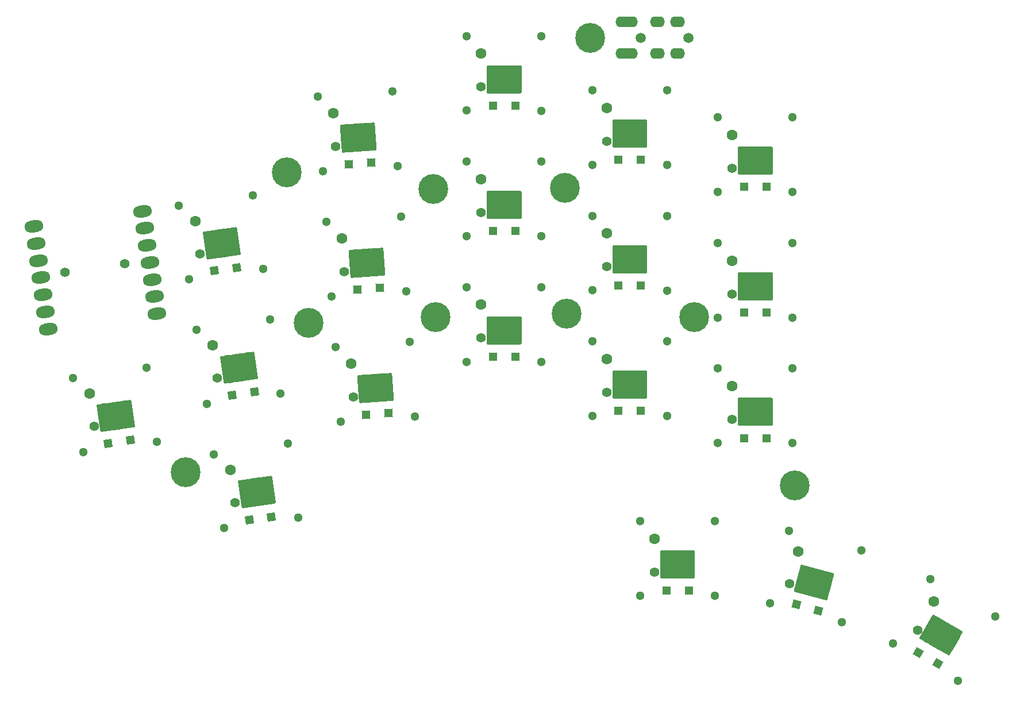
<source format=gbs>
G04 #@! TF.GenerationSoftware,KiCad,Pcbnew,(6.0.7-1)-1*
G04 #@! TF.CreationDate,2023-01-14T03:29:51-05:00*
G04 #@! TF.ProjectId,musubi_rev2,6d757375-6269-45f7-9265-76322e6b6963,rev?*
G04 #@! TF.SameCoordinates,Original*
G04 #@! TF.FileFunction,Soldermask,Bot*
G04 #@! TF.FilePolarity,Negative*
%FSLAX46Y46*%
G04 Gerber Fmt 4.6, Leading zero omitted, Abs format (unit mm)*
G04 Created by KiCad (PCBNEW (6.0.7-1)-1) date 2023-01-14 03:29:51*
%MOMM*%
%LPD*%
G01*
G04 APERTURE LIST*
G04 Aperture macros list*
%AMHorizOval*
0 Thick line with rounded ends*
0 $1 width*
0 $2 $3 position (X,Y) of the first rounded end (center of the circle)*
0 $4 $5 position (X,Y) of the second rounded end (center of the circle)*
0 Add line between two ends*
20,1,$1,$2,$3,$4,$5,0*
0 Add two circle primitives to create the rounded ends*
1,1,$1,$2,$3*
1,1,$1,$4,$5*%
%AMRotRect*
0 Rectangle, with rotation*
0 The origin of the aperture is its center*
0 $1 length*
0 $2 width*
0 $3 Rotation angle, in degrees counterclockwise*
0 Add horizontal line*
21,1,$1,$2,0,0,$3*%
G04 Aperture macros list end*
%ADD10R,1.200000X1.200000*%
%ADD11O,0.300000X4.100000*%
%ADD12C,1.300000*%
%ADD13O,5.100000X0.300000*%
%ADD14O,2.000000X4.100000*%
%ADD15O,5.100000X4.100000*%
%ADD16C,1.600000*%
%ADD17C,1.400000*%
%ADD18RotRect,1.200000X1.200000X184.000000*%
%ADD19C,1.500000*%
%ADD20O,2.200000X1.600000*%
%ADD21HorizOval,0.300000X2.376643X0.334015X-2.376643X-0.334015X0*%
%ADD22HorizOval,0.300000X-0.264429X1.881509X0.264429X-1.881509X0*%
%ADD23HorizOval,4.100000X0.495134X0.069587X-0.495134X-0.069587X0*%
%ADD24HorizOval,2.000000X-0.146132X1.039781X0.146132X-1.039781X0*%
%ADD25RotRect,1.200000X1.200000X188.000000*%
%ADD26C,2.600000*%
%ADD27C,4.400000*%
%ADD28HorizOval,0.300000X2.394154X0.167416X-2.394154X-0.167416X0*%
%ADD29HorizOval,0.300000X-0.132537X1.895372X0.132537X-1.895372X0*%
%ADD30HorizOval,2.000000X-0.073244X1.047442X0.073244X-1.047442X0*%
%ADD31HorizOval,4.100000X0.498782X0.034878X-0.498782X-0.034878X0*%
%ADD32HorizOval,2.000000X-0.525000X-0.909327X0.525000X0.909327X0*%
%ADD33HorizOval,0.300000X2.078461X-1.200000X-2.078461X1.200000X0*%
%ADD34HorizOval,4.100000X0.433013X-0.250000X-0.433013X0.250000X0*%
%ADD35HorizOval,0.300000X-0.950000X-1.645448X0.950000X1.645448X0*%
%ADD36HorizOval,1.800000X0.470377X0.066107X-0.470377X-0.066107X0*%
%ADD37HorizOval,1.800000X-0.470377X-0.066107X0.470377X0.066107X0*%
%ADD38C,1.397000*%
%ADD39RotRect,1.200000X1.200000X165.000000*%
%ADD40RotRect,1.200000X1.200000X150.000000*%
%ADD41HorizOval,0.300000X2.318222X-0.621166X-2.318222X0.621166X0*%
%ADD42HorizOval,4.100000X0.482963X-0.129410X-0.482963X0.129410X0*%
%ADD43HorizOval,0.300000X-0.491756X-1.835259X0.491756X1.835259X0*%
%ADD44HorizOval,2.000000X-0.271760X-1.014222X0.271760X1.014222X0*%
G04 APERTURE END LIST*
D10*
X154916364Y-98450848D03*
X151616364Y-98450848D03*
D11*
X155666363Y-57601074D03*
D12*
X158766355Y-62213246D03*
D13*
X153266363Y-59513410D03*
D12*
X147766371Y-62200910D03*
D14*
X154816363Y-57601074D03*
X154816363Y-57613410D03*
D15*
X153266363Y-57613410D03*
D14*
X151716363Y-57601074D03*
D15*
X153266363Y-57601074D03*
D12*
X147766355Y-51213246D03*
D13*
X153266363Y-55701074D03*
X153266363Y-55713410D03*
D11*
X150866363Y-57601074D03*
D14*
X151716363Y-57613410D03*
D13*
X153266363Y-59501074D03*
D11*
X155666363Y-57613410D03*
X150866363Y-57613410D03*
D12*
X158766371Y-51200910D03*
D16*
X149866355Y-53813246D03*
D17*
X149866355Y-58713246D03*
D18*
X117738655Y-98789460D03*
X114446693Y-99019656D03*
D10*
X136416439Y-53450910D03*
X133116439Y-53450910D03*
D19*
X154921384Y-43458942D03*
X161921384Y-43458942D03*
D20*
X152221384Y-41158942D03*
X152221384Y-45758942D03*
X153321384Y-41158942D03*
X153321384Y-45758942D03*
X157321384Y-45758942D03*
X157321384Y-41158942D03*
X160321384Y-45758942D03*
X160321384Y-41158942D03*
D10*
X173416327Y-65450912D03*
X170116327Y-65450912D03*
D13*
X160311604Y-119200947D03*
D14*
X161861604Y-121113283D03*
D12*
X154811612Y-125700783D03*
D15*
X160311604Y-121100947D03*
D11*
X157911604Y-121113283D03*
X162711604Y-121113283D03*
X157911604Y-121100947D03*
X162711604Y-121100947D03*
D12*
X165811612Y-114700783D03*
D13*
X160311604Y-123013283D03*
D14*
X158761604Y-121100947D03*
D15*
X160311604Y-121113283D03*
D14*
X161861604Y-121100947D03*
D12*
X154811596Y-114713119D03*
X165811596Y-125713119D03*
D13*
X160311604Y-123000947D03*
D14*
X158761604Y-121113283D03*
D13*
X160311604Y-119213283D03*
D16*
X156911596Y-117313119D03*
D17*
X156911596Y-122213119D03*
D21*
X98565661Y-112279575D03*
D22*
X95926305Y-110744297D03*
D12*
X104389588Y-114199901D03*
D23*
X98302948Y-110410282D03*
D24*
X99836147Y-110182347D03*
D12*
X93494939Y-115718587D03*
D24*
X96768033Y-110626000D03*
D22*
X100679592Y-110076266D03*
D21*
X98567377Y-112291791D03*
D24*
X99837864Y-110194563D03*
D21*
X98036803Y-108516556D03*
D12*
X102856983Y-103294734D03*
D23*
X98301232Y-110398066D03*
D21*
X98038520Y-108528772D03*
D22*
X100677875Y-110064050D03*
D12*
X91965735Y-104837857D03*
D22*
X95924588Y-110732081D03*
D24*
X96766316Y-110613784D03*
D16*
X94407148Y-107120290D03*
D17*
X95089097Y-111972604D03*
D25*
X100455326Y-114079306D03*
X97187442Y-114538578D03*
D10*
X173416324Y-83950865D03*
X170116324Y-83950865D03*
D26*
X87847591Y-107505962D03*
D27*
X87847591Y-107505962D03*
D28*
X115956668Y-96959457D03*
D29*
X118219145Y-94908976D03*
D12*
X110658404Y-100036376D03*
D28*
X115692453Y-93181020D03*
D30*
X117371215Y-94968269D03*
D28*
X115957528Y-96971763D03*
D12*
X109891928Y-89075479D03*
D30*
X117370355Y-94955963D03*
D29*
X118218284Y-94896670D03*
X113430837Y-95243807D03*
D12*
X121632453Y-99281362D03*
D31*
X115824130Y-95064085D03*
D30*
X114278767Y-95184514D03*
D12*
X120864288Y-88295851D03*
D29*
X113429977Y-95231501D03*
D31*
X115824991Y-95076391D03*
D28*
X115691593Y-93168714D03*
D30*
X114277906Y-95172208D03*
D16*
X112168179Y-91522657D03*
D17*
X112509986Y-96410721D03*
D32*
X197801098Y-130743141D03*
D33*
X198199605Y-133152906D03*
D34*
X199143437Y-131518141D03*
D33*
X200093437Y-129872693D03*
D32*
X197807266Y-130732458D03*
D35*
X197064976Y-130318141D03*
D33*
X198193437Y-133163589D03*
D12*
X207112834Y-128714757D03*
D34*
X199149605Y-131507458D03*
D35*
X201221898Y-132718141D03*
X197071144Y-130307458D03*
D32*
X200491944Y-132282458D03*
D12*
X197580372Y-123225433D03*
D32*
X200485776Y-132293141D03*
D12*
X192086554Y-132741037D03*
D35*
X201228066Y-132707458D03*
D33*
X200099605Y-129862010D03*
D12*
X201606652Y-138251712D03*
D16*
X198099026Y-126527099D03*
D17*
X195649026Y-130770623D03*
D24*
X79072644Y-98962847D03*
D21*
X77273300Y-97297056D03*
D12*
X82093480Y-92075234D03*
D22*
X79914372Y-98844550D03*
D12*
X71202232Y-93618357D03*
D22*
X75161085Y-99512581D03*
D12*
X83626085Y-102980401D03*
D21*
X77802158Y-101060075D03*
D22*
X79916089Y-98856766D03*
D23*
X77539445Y-99190782D03*
D21*
X77803874Y-101072291D03*
D24*
X79074361Y-98975063D03*
D23*
X77537729Y-99178566D03*
D24*
X76004530Y-99406500D03*
D22*
X75162802Y-99524797D03*
D24*
X76002813Y-99394284D03*
D12*
X72731436Y-104499087D03*
D21*
X77275017Y-97309272D03*
D16*
X73643645Y-95900790D03*
D17*
X74325594Y-100753104D03*
D26*
X147421386Y-43508943D03*
D27*
X147421386Y-43508943D03*
X102747592Y-63305961D03*
D26*
X102747592Y-63305961D03*
D27*
X162773799Y-84602981D03*
X124673799Y-84602981D03*
X143723799Y-65552981D03*
D14*
X170216325Y-98600992D03*
D13*
X171766325Y-100513328D03*
D11*
X169366325Y-98613328D03*
D12*
X177266333Y-92200828D03*
D11*
X174166325Y-98613328D03*
D13*
X171766325Y-96713328D03*
D11*
X174166325Y-98600992D03*
D15*
X171766325Y-98613328D03*
X171766325Y-98600992D03*
D13*
X171766325Y-100500992D03*
D12*
X166266317Y-92213164D03*
D14*
X173316325Y-98613328D03*
D12*
X177266317Y-103213164D03*
D11*
X169366325Y-98600992D03*
D12*
X166266333Y-103200828D03*
D13*
X171766325Y-96700992D03*
D14*
X173316325Y-98600992D03*
X170216325Y-98613328D03*
D16*
X168366317Y-94813164D03*
D17*
X168366317Y-99713164D03*
D10*
X136421404Y-90450920D03*
X133121404Y-90450920D03*
D18*
X115157635Y-61879640D03*
X111865673Y-62109836D03*
D13*
X134766440Y-47713425D03*
X134766440Y-47701089D03*
X134766440Y-51501089D03*
D12*
X129266432Y-43213261D03*
D14*
X133216440Y-49613425D03*
D13*
X134766440Y-51513425D03*
D14*
X136316440Y-49613425D03*
D15*
X134766440Y-49613425D03*
D11*
X132366440Y-49601089D03*
X132366440Y-49613425D03*
D12*
X129266448Y-54200925D03*
D11*
X137166440Y-49613425D03*
D15*
X134766440Y-49601089D03*
D14*
X136316440Y-49601089D03*
D12*
X140266432Y-54213261D03*
D11*
X137166440Y-49601089D03*
D14*
X133216440Y-49601089D03*
D12*
X140266448Y-43200925D03*
D16*
X131366432Y-45813261D03*
D17*
X131366432Y-50713261D03*
D21*
X95990960Y-93959651D03*
D23*
X95726531Y-92078142D03*
D21*
X95992676Y-93971867D03*
D24*
X97261446Y-91862423D03*
D22*
X93351604Y-92424373D03*
D23*
X95728247Y-92090358D03*
D22*
X98104891Y-91756342D03*
D21*
X95462102Y-90196632D03*
D24*
X94193332Y-92306076D03*
D21*
X95463819Y-90208848D03*
D12*
X89391034Y-86517933D03*
X101814887Y-95879977D03*
D22*
X93349887Y-92412157D03*
D12*
X90920238Y-97398663D03*
D24*
X94191615Y-92293860D03*
D22*
X98103174Y-91744126D03*
D24*
X97263163Y-91874639D03*
D12*
X100282282Y-84974810D03*
D16*
X91832447Y-88800366D03*
D17*
X92514396Y-93652680D03*
D13*
X134766414Y-66201075D03*
D15*
X134766414Y-68113411D03*
D14*
X136316414Y-68101075D03*
D13*
X134766414Y-70001075D03*
D14*
X133216414Y-68113411D03*
D11*
X137166414Y-68113411D03*
D14*
X133216414Y-68101075D03*
D13*
X134766414Y-70013411D03*
D15*
X134766414Y-68101075D03*
D12*
X140266422Y-61700911D03*
X140266406Y-72713247D03*
D11*
X137166414Y-68101075D03*
D14*
X136316414Y-68113411D03*
D12*
X129266406Y-61713247D03*
D11*
X132366414Y-68101075D03*
D13*
X134766414Y-66213411D03*
D12*
X129266422Y-72700911D03*
D11*
X132366414Y-68113411D03*
D16*
X131366406Y-64313247D03*
D17*
X131366406Y-69213247D03*
D36*
X81472848Y-69037091D03*
X81826348Y-71552373D03*
X82179848Y-74067654D03*
X82533349Y-76582935D03*
X82886847Y-79098216D03*
X83240347Y-81613497D03*
X83593847Y-84128778D03*
D37*
X67561407Y-86381990D03*
X67207907Y-83866709D03*
X66854408Y-81351428D03*
X66500908Y-78836147D03*
X66147408Y-76320866D03*
X65793909Y-73805585D03*
X65440409Y-71290305D03*
D38*
X70075525Y-78013652D03*
X78874752Y-76777002D03*
D10*
X173416321Y-102463166D03*
X170116321Y-102463166D03*
X154916363Y-79950864D03*
X151616363Y-79950864D03*
D39*
X181030919Y-127864012D03*
X177843363Y-127009910D03*
D13*
X171766325Y-82013365D03*
D12*
X177266333Y-73700865D03*
D15*
X171766325Y-80101029D03*
D11*
X174166325Y-80101029D03*
X169366325Y-80101029D03*
D13*
X171766325Y-78213365D03*
D14*
X170216325Y-80101029D03*
D11*
X169366325Y-80113365D03*
D14*
X173316325Y-80113365D03*
D12*
X166266333Y-84700865D03*
X177266317Y-84713201D03*
D11*
X174166325Y-80113365D03*
D12*
X166266317Y-73713201D03*
D13*
X171766325Y-78201029D03*
D14*
X170216325Y-80113365D03*
X173316325Y-80101029D03*
D15*
X171766325Y-80113365D03*
D13*
X171766325Y-82001029D03*
D16*
X168366317Y-76313201D03*
D17*
X168366317Y-81213201D03*
D25*
X95323322Y-77353165D03*
X92055438Y-77812437D03*
D12*
X166266333Y-66200903D03*
X177266317Y-66213239D03*
D14*
X173316325Y-61613403D03*
D15*
X171766325Y-61613403D03*
X171766325Y-61601067D03*
D14*
X173316325Y-61601067D03*
D11*
X174166325Y-61601067D03*
D14*
X170216325Y-61613403D03*
D12*
X166266317Y-55213239D03*
X177266333Y-55200903D03*
D13*
X171766325Y-63513403D03*
D11*
X174166325Y-61613403D03*
D13*
X171766325Y-59713403D03*
X171766325Y-59701067D03*
D11*
X169366325Y-61613403D03*
D14*
X170216325Y-61601067D03*
D11*
X169366325Y-61601067D03*
D13*
X171766325Y-63501067D03*
D16*
X168366317Y-57813239D03*
D17*
X168366317Y-62713239D03*
D12*
X88345588Y-79078734D03*
D24*
X94688513Y-73554710D03*
D22*
X90776954Y-74104444D03*
D21*
X93416310Y-75639722D03*
D12*
X99240237Y-77560048D03*
D21*
X92887452Y-71876703D03*
D22*
X95530241Y-73436413D03*
X90775237Y-74092228D03*
D24*
X94686796Y-73542494D03*
D23*
X93151881Y-73758213D03*
D21*
X93418026Y-75651938D03*
D12*
X97707632Y-66654881D03*
D21*
X92889169Y-71888919D03*
D12*
X86816384Y-68198004D03*
D24*
X91618682Y-73986147D03*
X91616965Y-73973931D03*
D23*
X93153597Y-73770429D03*
D22*
X95528524Y-73424197D03*
D16*
X89257797Y-70480437D03*
D17*
X89939746Y-75332751D03*
D18*
X116448144Y-80334548D03*
X113156182Y-80564744D03*
D13*
X153266362Y-74213374D03*
D14*
X154816362Y-76101038D03*
X151716362Y-76101038D03*
D13*
X153266362Y-74201038D03*
D12*
X147766354Y-69713210D03*
D13*
X153266362Y-78001038D03*
D12*
X158766354Y-80713210D03*
D11*
X150866362Y-76101038D03*
D14*
X154816362Y-76113374D03*
X151716362Y-76113374D03*
D12*
X147766370Y-80700874D03*
D11*
X155666362Y-76113374D03*
D12*
X158766370Y-69700874D03*
D11*
X155666362Y-76101038D03*
D15*
X153266362Y-76113374D03*
D11*
X150866362Y-76113374D03*
D15*
X153266362Y-76101038D03*
D13*
X153266362Y-78013374D03*
D16*
X149866354Y-72313210D03*
D17*
X149866354Y-77213210D03*
D10*
X161961606Y-124950782D03*
X158661606Y-124950782D03*
D40*
X198639406Y-135700633D03*
X195781522Y-134050633D03*
D10*
X154916360Y-61450901D03*
X151616360Y-61450901D03*
D11*
X150866361Y-94613336D03*
X150866361Y-94601000D03*
D13*
X153266361Y-92713336D03*
D14*
X151716361Y-94601000D03*
D15*
X153266361Y-94601000D03*
D12*
X158766353Y-99213172D03*
D14*
X151716361Y-94613336D03*
D15*
X153266361Y-94613336D03*
D12*
X158766369Y-88200836D03*
D14*
X154816361Y-94613336D03*
D11*
X155666361Y-94613336D03*
D13*
X153266361Y-96501000D03*
D12*
X147766353Y-88213172D03*
D13*
X153266361Y-92701000D03*
D14*
X154816361Y-94601000D03*
D13*
X153266361Y-96513336D03*
D12*
X147766369Y-99200836D03*
D11*
X155666361Y-94601000D03*
D16*
X149866353Y-90813172D03*
D17*
X149866353Y-95713172D03*
D25*
X97955327Y-95679306D03*
X94687443Y-96138578D03*
D14*
X136316405Y-86613416D03*
D11*
X132366405Y-86601080D03*
D14*
X133216405Y-86601080D03*
D12*
X129266413Y-91200916D03*
D13*
X134766405Y-84701080D03*
D12*
X129266397Y-80213252D03*
D13*
X134766405Y-88513416D03*
D14*
X133216405Y-86613416D03*
D11*
X137166405Y-86613416D03*
D13*
X134766405Y-88501080D03*
D14*
X136316405Y-86601080D03*
D12*
X140266397Y-91213252D03*
D11*
X132366405Y-86613416D03*
D13*
X134766405Y-84713416D03*
D11*
X137166405Y-86601080D03*
D12*
X140266413Y-80200916D03*
D15*
X134766405Y-86613416D03*
X134766405Y-86601080D03*
D16*
X131366397Y-82813252D03*
D17*
X131366397Y-87713252D03*
D29*
X116927768Y-76441772D03*
D12*
X108601412Y-70620581D03*
D30*
X116079839Y-76501065D03*
D12*
X119573772Y-69840953D03*
D31*
X114534475Y-76621493D03*
X114533614Y-76609187D03*
D30*
X112987390Y-76717310D03*
D29*
X112140321Y-76788909D03*
D30*
X112988251Y-76729616D03*
D12*
X109367888Y-81581478D03*
D28*
X114667012Y-78516865D03*
D12*
X120341937Y-80826464D03*
D29*
X112139461Y-76776603D03*
X116928629Y-76454078D03*
D28*
X114666152Y-78504559D03*
X114401077Y-74713816D03*
X114401937Y-74726122D03*
D30*
X116080699Y-76513371D03*
D16*
X110877663Y-73067759D03*
D17*
X111219470Y-77955823D03*
D10*
X136416417Y-71950924D03*
X133116417Y-71950924D03*
D27*
X143985987Y-84141126D03*
X105909197Y-85470796D03*
X124282757Y-65767566D03*
D41*
X179923762Y-125582928D03*
X180904082Y-121924325D03*
D42*
X180412326Y-123759584D03*
D43*
X178094104Y-123138419D03*
D41*
X179920569Y-125594843D03*
D12*
X176756210Y-116153994D03*
X184534385Y-129626187D03*
X187384603Y-118989092D03*
X173912409Y-126767266D03*
D42*
X180415518Y-123747669D03*
D41*
X180907275Y-121912410D03*
D43*
X178097296Y-123126503D03*
D44*
X181912703Y-124148838D03*
X181909511Y-124160754D03*
D43*
X182730548Y-124380750D03*
X182733740Y-124368834D03*
D44*
X178915141Y-123358415D03*
X178918333Y-123346499D03*
D16*
X178111725Y-119208921D03*
D17*
X176843512Y-123941957D03*
D27*
X177547591Y-109405962D03*
D26*
X177547591Y-109405962D03*
D25*
X79655326Y-102779307D03*
X76387442Y-103238579D03*
D28*
X113111424Y-56271226D03*
D12*
X118283259Y-51386057D03*
D29*
X110849808Y-58334013D03*
X115637255Y-57986876D03*
D12*
X107310899Y-52165685D03*
D29*
X110848948Y-58321707D03*
D28*
X113110564Y-56258920D03*
X113376499Y-60061969D03*
D30*
X114789326Y-58046169D03*
X114790186Y-58058475D03*
D29*
X115638116Y-57999182D03*
D31*
X113243101Y-58154291D03*
D28*
X113375639Y-60049663D03*
D31*
X113243962Y-58166597D03*
D12*
X108077375Y-63126582D03*
D30*
X111697738Y-58274720D03*
X111696877Y-58262414D03*
D12*
X119051424Y-62371568D03*
D16*
X109587150Y-54612863D03*
D17*
X109928957Y-59500927D03*
M02*

</source>
